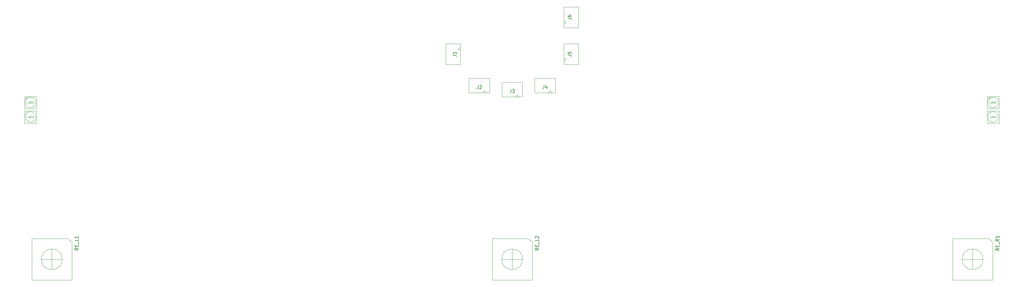
<source format=gbr>
G04 #@! TF.GenerationSoftware,KiCad,Pcbnew,7.0.1-0*
G04 #@! TF.CreationDate,2023-04-11T07:48:06+09:00*
G04 #@! TF.ProjectId,Sandy_Base,53616e64-795f-4426-9173-652e6b696361,v.0*
G04 #@! TF.SameCoordinates,Original*
G04 #@! TF.FileFunction,AssemblyDrawing,Top*
%FSLAX46Y46*%
G04 Gerber Fmt 4.6, Leading zero omitted, Abs format (unit mm)*
G04 Created by KiCad (PCBNEW 7.0.1-0) date 2023-04-11 07:48:06*
%MOMM*%
%LPD*%
G01*
G04 APERTURE LIST*
%ADD10C,0.100000*%
%ADD11C,0.150000*%
%ADD12C,0.120000*%
G04 APERTURE END LIST*
D10*
X19136411Y-57909714D02*
X18898316Y-57909714D01*
X18898316Y-57909714D02*
X18898316Y-57409714D01*
X19303078Y-57647809D02*
X19469745Y-57647809D01*
X19541173Y-57909714D02*
X19303078Y-57909714D01*
X19303078Y-57909714D02*
X19303078Y-57409714D01*
X19303078Y-57409714D02*
X19541173Y-57409714D01*
X19755459Y-57909714D02*
X19755459Y-57409714D01*
X19755459Y-57409714D02*
X19874507Y-57409714D01*
X19874507Y-57409714D02*
X19945935Y-57433524D01*
X19945935Y-57433524D02*
X19993554Y-57481143D01*
X19993554Y-57481143D02*
X20017364Y-57528762D01*
X20017364Y-57528762D02*
X20041173Y-57624000D01*
X20041173Y-57624000D02*
X20041173Y-57695428D01*
X20041173Y-57695428D02*
X20017364Y-57790666D01*
X20017364Y-57790666D02*
X19993554Y-57838285D01*
X19993554Y-57838285D02*
X19945935Y-57885905D01*
X19945935Y-57885905D02*
X19874507Y-57909714D01*
X19874507Y-57909714D02*
X19755459Y-57909714D01*
X20517364Y-57909714D02*
X20231650Y-57909714D01*
X20374507Y-57909714D02*
X20374507Y-57409714D01*
X20374507Y-57409714D02*
X20326888Y-57481143D01*
X20326888Y-57481143D02*
X20279269Y-57528762D01*
X20279269Y-57528762D02*
X20231650Y-57552571D01*
X19136411Y-62109714D02*
X18898316Y-62109714D01*
X18898316Y-62109714D02*
X18898316Y-61609714D01*
X19303078Y-61847809D02*
X19469745Y-61847809D01*
X19541173Y-62109714D02*
X19303078Y-62109714D01*
X19303078Y-62109714D02*
X19303078Y-61609714D01*
X19303078Y-61609714D02*
X19541173Y-61609714D01*
X19755459Y-62109714D02*
X19755459Y-61609714D01*
X19755459Y-61609714D02*
X19874507Y-61609714D01*
X19874507Y-61609714D02*
X19945935Y-61633524D01*
X19945935Y-61633524D02*
X19993554Y-61681143D01*
X19993554Y-61681143D02*
X20017364Y-61728762D01*
X20017364Y-61728762D02*
X20041173Y-61824000D01*
X20041173Y-61824000D02*
X20041173Y-61895428D01*
X20041173Y-61895428D02*
X20017364Y-61990666D01*
X20017364Y-61990666D02*
X19993554Y-62038285D01*
X19993554Y-62038285D02*
X19945935Y-62085905D01*
X19945935Y-62085905D02*
X19874507Y-62109714D01*
X19874507Y-62109714D02*
X19755459Y-62109714D01*
X20231650Y-61657333D02*
X20255459Y-61633524D01*
X20255459Y-61633524D02*
X20303078Y-61609714D01*
X20303078Y-61609714D02*
X20422126Y-61609714D01*
X20422126Y-61609714D02*
X20469745Y-61633524D01*
X20469745Y-61633524D02*
X20493554Y-61657333D01*
X20493554Y-61657333D02*
X20517364Y-61704952D01*
X20517364Y-61704952D02*
X20517364Y-61752571D01*
X20517364Y-61752571D02*
X20493554Y-61824000D01*
X20493554Y-61824000D02*
X20207840Y-62109714D01*
X20207840Y-62109714D02*
X20517364Y-62109714D01*
X297936411Y-57909714D02*
X297698316Y-57909714D01*
X297698316Y-57909714D02*
X297698316Y-57409714D01*
X298103078Y-57647809D02*
X298269745Y-57647809D01*
X298341173Y-57909714D02*
X298103078Y-57909714D01*
X298103078Y-57909714D02*
X298103078Y-57409714D01*
X298103078Y-57409714D02*
X298341173Y-57409714D01*
X298555459Y-57909714D02*
X298555459Y-57409714D01*
X298555459Y-57409714D02*
X298674507Y-57409714D01*
X298674507Y-57409714D02*
X298745935Y-57433524D01*
X298745935Y-57433524D02*
X298793554Y-57481143D01*
X298793554Y-57481143D02*
X298817364Y-57528762D01*
X298817364Y-57528762D02*
X298841173Y-57624000D01*
X298841173Y-57624000D02*
X298841173Y-57695428D01*
X298841173Y-57695428D02*
X298817364Y-57790666D01*
X298817364Y-57790666D02*
X298793554Y-57838285D01*
X298793554Y-57838285D02*
X298745935Y-57885905D01*
X298745935Y-57885905D02*
X298674507Y-57909714D01*
X298674507Y-57909714D02*
X298555459Y-57909714D01*
X299007840Y-57409714D02*
X299317364Y-57409714D01*
X299317364Y-57409714D02*
X299150697Y-57600190D01*
X299150697Y-57600190D02*
X299222126Y-57600190D01*
X299222126Y-57600190D02*
X299269745Y-57624000D01*
X299269745Y-57624000D02*
X299293554Y-57647809D01*
X299293554Y-57647809D02*
X299317364Y-57695428D01*
X299317364Y-57695428D02*
X299317364Y-57814476D01*
X299317364Y-57814476D02*
X299293554Y-57862095D01*
X299293554Y-57862095D02*
X299269745Y-57885905D01*
X299269745Y-57885905D02*
X299222126Y-57909714D01*
X299222126Y-57909714D02*
X299079269Y-57909714D01*
X299079269Y-57909714D02*
X299031650Y-57885905D01*
X299031650Y-57885905D02*
X299007840Y-57862095D01*
X297936411Y-62109714D02*
X297698316Y-62109714D01*
X297698316Y-62109714D02*
X297698316Y-61609714D01*
X298103078Y-61847809D02*
X298269745Y-61847809D01*
X298341173Y-62109714D02*
X298103078Y-62109714D01*
X298103078Y-62109714D02*
X298103078Y-61609714D01*
X298103078Y-61609714D02*
X298341173Y-61609714D01*
X298555459Y-62109714D02*
X298555459Y-61609714D01*
X298555459Y-61609714D02*
X298674507Y-61609714D01*
X298674507Y-61609714D02*
X298745935Y-61633524D01*
X298745935Y-61633524D02*
X298793554Y-61681143D01*
X298793554Y-61681143D02*
X298817364Y-61728762D01*
X298817364Y-61728762D02*
X298841173Y-61824000D01*
X298841173Y-61824000D02*
X298841173Y-61895428D01*
X298841173Y-61895428D02*
X298817364Y-61990666D01*
X298817364Y-61990666D02*
X298793554Y-62038285D01*
X298793554Y-62038285D02*
X298745935Y-62085905D01*
X298745935Y-62085905D02*
X298674507Y-62109714D01*
X298674507Y-62109714D02*
X298555459Y-62109714D01*
X299269745Y-61776381D02*
X299269745Y-62109714D01*
X299150697Y-61585905D02*
X299031650Y-61943047D01*
X299031650Y-61943047D02*
X299341173Y-61943047D01*
D11*
X300184714Y-100003765D02*
X299708523Y-100337098D01*
X300184714Y-100575193D02*
X299184714Y-100575193D01*
X299184714Y-100575193D02*
X299184714Y-100194241D01*
X299184714Y-100194241D02*
X299232333Y-100099003D01*
X299232333Y-100099003D02*
X299279952Y-100051384D01*
X299279952Y-100051384D02*
X299375190Y-100003765D01*
X299375190Y-100003765D02*
X299518047Y-100003765D01*
X299518047Y-100003765D02*
X299613285Y-100051384D01*
X299613285Y-100051384D02*
X299660904Y-100099003D01*
X299660904Y-100099003D02*
X299708523Y-100194241D01*
X299708523Y-100194241D02*
X299708523Y-100575193D01*
X299660904Y-99575193D02*
X299660904Y-99241860D01*
X300184714Y-99099003D02*
X300184714Y-99575193D01*
X300184714Y-99575193D02*
X299184714Y-99575193D01*
X299184714Y-99575193D02*
X299184714Y-99099003D01*
X300279952Y-98908527D02*
X300279952Y-98146622D01*
X300184714Y-97337098D02*
X299708523Y-97670431D01*
X300184714Y-97908526D02*
X299184714Y-97908526D01*
X299184714Y-97908526D02*
X299184714Y-97527574D01*
X299184714Y-97527574D02*
X299232333Y-97432336D01*
X299232333Y-97432336D02*
X299279952Y-97384717D01*
X299279952Y-97384717D02*
X299375190Y-97337098D01*
X299375190Y-97337098D02*
X299518047Y-97337098D01*
X299518047Y-97337098D02*
X299613285Y-97384717D01*
X299613285Y-97384717D02*
X299660904Y-97432336D01*
X299660904Y-97432336D02*
X299708523Y-97527574D01*
X299708523Y-97527574D02*
X299708523Y-97908526D01*
X300184714Y-96384717D02*
X300184714Y-96956145D01*
X300184714Y-96670431D02*
X299184714Y-96670431D01*
X299184714Y-96670431D02*
X299327571Y-96765669D01*
X299327571Y-96765669D02*
X299422809Y-96860907D01*
X299422809Y-96860907D02*
X299470428Y-96956145D01*
X175302304Y-44005488D02*
X176016589Y-44005488D01*
X176016589Y-44005488D02*
X176159446Y-44053107D01*
X176159446Y-44053107D02*
X176254685Y-44148345D01*
X176254685Y-44148345D02*
X176302304Y-44291202D01*
X176302304Y-44291202D02*
X176302304Y-44386440D01*
X175302304Y-43053107D02*
X175302304Y-43529297D01*
X175302304Y-43529297D02*
X175778494Y-43576916D01*
X175778494Y-43576916D02*
X175730875Y-43529297D01*
X175730875Y-43529297D02*
X175683256Y-43434059D01*
X175683256Y-43434059D02*
X175683256Y-43195964D01*
X175683256Y-43195964D02*
X175730875Y-43100726D01*
X175730875Y-43100726D02*
X175778494Y-43053107D01*
X175778494Y-43053107D02*
X175873732Y-43005488D01*
X175873732Y-43005488D02*
X176111827Y-43005488D01*
X176111827Y-43005488D02*
X176207065Y-43053107D01*
X176207065Y-43053107D02*
X176254685Y-43100726D01*
X176254685Y-43100726D02*
X176302304Y-43195964D01*
X176302304Y-43195964D02*
X176302304Y-43434059D01*
X176302304Y-43434059D02*
X176254685Y-43529297D01*
X176254685Y-43529297D02*
X176207065Y-43576916D01*
X149312601Y-52659774D02*
X149312601Y-53374059D01*
X149312601Y-53374059D02*
X149264982Y-53516916D01*
X149264982Y-53516916D02*
X149169744Y-53612155D01*
X149169744Y-53612155D02*
X149026887Y-53659774D01*
X149026887Y-53659774D02*
X148931649Y-53659774D01*
X149741173Y-52755012D02*
X149788792Y-52707393D01*
X149788792Y-52707393D02*
X149884030Y-52659774D01*
X149884030Y-52659774D02*
X150122125Y-52659774D01*
X150122125Y-52659774D02*
X150217363Y-52707393D01*
X150217363Y-52707393D02*
X150264982Y-52755012D01*
X150264982Y-52755012D02*
X150312601Y-52850250D01*
X150312601Y-52850250D02*
X150312601Y-52945488D01*
X150312601Y-52945488D02*
X150264982Y-53088345D01*
X150264982Y-53088345D02*
X149693554Y-53659774D01*
X149693554Y-53659774D02*
X150312601Y-53659774D01*
X33483594Y-99908527D02*
X33007403Y-100241860D01*
X33483594Y-100479955D02*
X32483594Y-100479955D01*
X32483594Y-100479955D02*
X32483594Y-100099003D01*
X32483594Y-100099003D02*
X32531213Y-100003765D01*
X32531213Y-100003765D02*
X32578832Y-99956146D01*
X32578832Y-99956146D02*
X32674070Y-99908527D01*
X32674070Y-99908527D02*
X32816927Y-99908527D01*
X32816927Y-99908527D02*
X32912165Y-99956146D01*
X32912165Y-99956146D02*
X32959784Y-100003765D01*
X32959784Y-100003765D02*
X33007403Y-100099003D01*
X33007403Y-100099003D02*
X33007403Y-100479955D01*
X32959784Y-99479955D02*
X32959784Y-99146622D01*
X33483594Y-99003765D02*
X33483594Y-99479955D01*
X33483594Y-99479955D02*
X32483594Y-99479955D01*
X32483594Y-99479955D02*
X32483594Y-99003765D01*
X33578832Y-98813289D02*
X33578832Y-98051384D01*
X33483594Y-97337098D02*
X33483594Y-97813288D01*
X33483594Y-97813288D02*
X32483594Y-97813288D01*
X33483594Y-96479955D02*
X33483594Y-97051383D01*
X33483594Y-96765669D02*
X32483594Y-96765669D01*
X32483594Y-96765669D02*
X32626451Y-96860907D01*
X32626451Y-96860907D02*
X32721689Y-96956145D01*
X32721689Y-96956145D02*
X32769308Y-97051383D01*
X175302304Y-33289863D02*
X176016589Y-33289863D01*
X176016589Y-33289863D02*
X176159446Y-33337482D01*
X176159446Y-33337482D02*
X176254685Y-33432720D01*
X176254685Y-33432720D02*
X176302304Y-33575577D01*
X176302304Y-33575577D02*
X176302304Y-33670815D01*
X175302304Y-32385101D02*
X175302304Y-32575577D01*
X175302304Y-32575577D02*
X175349923Y-32670815D01*
X175349923Y-32670815D02*
X175397542Y-32718434D01*
X175397542Y-32718434D02*
X175540399Y-32813672D01*
X175540399Y-32813672D02*
X175730875Y-32861291D01*
X175730875Y-32861291D02*
X176111827Y-32861291D01*
X176111827Y-32861291D02*
X176207065Y-32813672D01*
X176207065Y-32813672D02*
X176254685Y-32766053D01*
X176254685Y-32766053D02*
X176302304Y-32670815D01*
X176302304Y-32670815D02*
X176302304Y-32480339D01*
X176302304Y-32480339D02*
X176254685Y-32385101D01*
X176254685Y-32385101D02*
X176207065Y-32337482D01*
X176207065Y-32337482D02*
X176111827Y-32289863D01*
X176111827Y-32289863D02*
X175873732Y-32289863D01*
X175873732Y-32289863D02*
X175778494Y-32337482D01*
X175778494Y-32337482D02*
X175730875Y-32385101D01*
X175730875Y-32385101D02*
X175683256Y-32480339D01*
X175683256Y-32480339D02*
X175683256Y-32670815D01*
X175683256Y-32670815D02*
X175730875Y-32766053D01*
X175730875Y-32766053D02*
X175778494Y-32813672D01*
X175778494Y-32813672D02*
X175873732Y-32861291D01*
X166833594Y-99908167D02*
X166357403Y-100241500D01*
X166833594Y-100479595D02*
X165833594Y-100479595D01*
X165833594Y-100479595D02*
X165833594Y-100098643D01*
X165833594Y-100098643D02*
X165881213Y-100003405D01*
X165881213Y-100003405D02*
X165928832Y-99955786D01*
X165928832Y-99955786D02*
X166024070Y-99908167D01*
X166024070Y-99908167D02*
X166166927Y-99908167D01*
X166166927Y-99908167D02*
X166262165Y-99955786D01*
X166262165Y-99955786D02*
X166309784Y-100003405D01*
X166309784Y-100003405D02*
X166357403Y-100098643D01*
X166357403Y-100098643D02*
X166357403Y-100479595D01*
X166309784Y-99479595D02*
X166309784Y-99146262D01*
X166833594Y-99003405D02*
X166833594Y-99479595D01*
X166833594Y-99479595D02*
X165833594Y-99479595D01*
X165833594Y-99479595D02*
X165833594Y-99003405D01*
X166928832Y-98812929D02*
X166928832Y-98051024D01*
X166833594Y-97336738D02*
X166833594Y-97812928D01*
X166833594Y-97812928D02*
X165833594Y-97812928D01*
X165928832Y-97051023D02*
X165881213Y-97003404D01*
X165881213Y-97003404D02*
X165833594Y-96908166D01*
X165833594Y-96908166D02*
X165833594Y-96670071D01*
X165833594Y-96670071D02*
X165881213Y-96574833D01*
X165881213Y-96574833D02*
X165928832Y-96527214D01*
X165928832Y-96527214D02*
X166024070Y-96479595D01*
X166024070Y-96479595D02*
X166119308Y-96479595D01*
X166119308Y-96479595D02*
X166262165Y-96527214D01*
X166262165Y-96527214D02*
X166833594Y-97098642D01*
X166833594Y-97098642D02*
X166833594Y-96479595D01*
X158837601Y-53850399D02*
X158837601Y-54564684D01*
X158837601Y-54564684D02*
X158789982Y-54707541D01*
X158789982Y-54707541D02*
X158694744Y-54802780D01*
X158694744Y-54802780D02*
X158551887Y-54850399D01*
X158551887Y-54850399D02*
X158456649Y-54850399D01*
X159218554Y-53850399D02*
X159837601Y-53850399D01*
X159837601Y-53850399D02*
X159504268Y-54231351D01*
X159504268Y-54231351D02*
X159647125Y-54231351D01*
X159647125Y-54231351D02*
X159742363Y-54278970D01*
X159742363Y-54278970D02*
X159789982Y-54326589D01*
X159789982Y-54326589D02*
X159837601Y-54421827D01*
X159837601Y-54421827D02*
X159837601Y-54659922D01*
X159837601Y-54659922D02*
X159789982Y-54755160D01*
X159789982Y-54755160D02*
X159742363Y-54802780D01*
X159742363Y-54802780D02*
X159647125Y-54850399D01*
X159647125Y-54850399D02*
X159361411Y-54850399D01*
X159361411Y-54850399D02*
X159266173Y-54802780D01*
X159266173Y-54802780D02*
X159218554Y-54755160D01*
X141964804Y-44005488D02*
X142679089Y-44005488D01*
X142679089Y-44005488D02*
X142821946Y-44053107D01*
X142821946Y-44053107D02*
X142917185Y-44148345D01*
X142917185Y-44148345D02*
X142964804Y-44291202D01*
X142964804Y-44291202D02*
X142964804Y-44386440D01*
X142964804Y-43005488D02*
X142964804Y-43576916D01*
X142964804Y-43291202D02*
X141964804Y-43291202D01*
X141964804Y-43291202D02*
X142107661Y-43386440D01*
X142107661Y-43386440D02*
X142202899Y-43481678D01*
X142202899Y-43481678D02*
X142250518Y-43576916D01*
X168362601Y-52659774D02*
X168362601Y-53374059D01*
X168362601Y-53374059D02*
X168314982Y-53516916D01*
X168314982Y-53516916D02*
X168219744Y-53612155D01*
X168219744Y-53612155D02*
X168076887Y-53659774D01*
X168076887Y-53659774D02*
X167981649Y-53659774D01*
X169267363Y-52993107D02*
X169267363Y-53659774D01*
X169029268Y-52612155D02*
X168791173Y-53326440D01*
X168791173Y-53326440D02*
X169410220Y-53326440D01*
D10*
X21445935Y-59428405D02*
X21445935Y-55928405D01*
X21445935Y-55928405D02*
X17945935Y-55928405D01*
X17945935Y-59428405D02*
X21445935Y-59428405D01*
X17945935Y-56928405D02*
X18945935Y-55928405D01*
X17945935Y-55928405D02*
X17945935Y-59428405D01*
X21195935Y-57678405D02*
G75*
G03*
X21195935Y-57678405I-1500000J0D01*
G01*
X21445935Y-63628405D02*
X21445935Y-60128405D01*
X21445935Y-60128405D02*
X17945935Y-60128405D01*
X17945935Y-63628405D02*
X21445935Y-63628405D01*
X17945935Y-61128405D02*
X18945935Y-60128405D01*
X17945935Y-60128405D02*
X17945935Y-63628405D01*
X21195935Y-61878405D02*
G75*
G03*
X21195935Y-61878405I-1500000J0D01*
G01*
X300245935Y-59428405D02*
X300245935Y-55928405D01*
X300245935Y-55928405D02*
X296745935Y-55928405D01*
X296745935Y-59428405D02*
X300245935Y-59428405D01*
X296745935Y-56928405D02*
X297745935Y-55928405D01*
X296745935Y-55928405D02*
X296745935Y-59428405D01*
X299995935Y-57678405D02*
G75*
G03*
X299995935Y-57678405I-1500000J0D01*
G01*
X300245935Y-63628405D02*
X300245935Y-60128405D01*
X300245935Y-60128405D02*
X296745935Y-60128405D01*
X296745935Y-63628405D02*
X300245935Y-63628405D01*
X296745935Y-61128405D02*
X297745935Y-60128405D01*
X296745935Y-60128405D02*
X296745935Y-63628405D01*
X299995935Y-61878405D02*
G75*
G03*
X299995935Y-61878405I-1500000J0D01*
G01*
D12*
X286722095Y-97203765D02*
X297222095Y-97203765D01*
X286722095Y-109203765D02*
X286722095Y-97203765D01*
X292522095Y-100203765D02*
X292522095Y-106203765D01*
X295522095Y-103203765D02*
X289522095Y-103203765D01*
X297222095Y-97203765D02*
X298322095Y-98203765D01*
X298322095Y-98203765D02*
X298322095Y-109203765D01*
X298322095Y-109203765D02*
X286722095Y-109203765D01*
X295522095Y-103203765D02*
G75*
G03*
X295522095Y-103203765I-3000000J0D01*
G01*
D10*
X174164685Y-46672155D02*
X178414685Y-46672155D01*
X174164685Y-46672155D02*
X174164685Y-40672155D01*
X178414685Y-46672155D02*
X178414685Y-40672155D01*
X174164685Y-45672155D02*
X174871792Y-45172155D01*
X174871792Y-45172155D02*
X174164685Y-44672155D01*
X174164685Y-40672155D02*
X178414685Y-40672155D01*
X152645935Y-54872155D02*
X152645935Y-50622155D01*
X152645935Y-54872155D02*
X146645935Y-54872155D01*
X152645935Y-50622155D02*
X146645935Y-50622155D01*
X151645935Y-54872155D02*
X151145935Y-54165048D01*
X151145935Y-54165048D02*
X150645935Y-54872155D01*
X146645935Y-54872155D02*
X146645935Y-50622155D01*
D12*
X20020975Y-97203765D02*
X30520975Y-97203765D01*
X20020975Y-109203765D02*
X20020975Y-97203765D01*
X25820975Y-100203765D02*
X25820975Y-106203765D01*
X28820975Y-103203765D02*
X22820975Y-103203765D01*
X30520975Y-97203765D02*
X31620975Y-98203765D01*
X31620975Y-98203765D02*
X31620975Y-109203765D01*
X31620975Y-109203765D02*
X20020975Y-109203765D01*
X28820975Y-103203765D02*
G75*
G03*
X28820975Y-103203765I-3000000J0D01*
G01*
D10*
X174164685Y-35956530D02*
X178414685Y-35956530D01*
X174164685Y-35956530D02*
X174164685Y-29956530D01*
X178414685Y-35956530D02*
X178414685Y-29956530D01*
X174164685Y-34956530D02*
X174871792Y-34456530D01*
X174871792Y-34456530D02*
X174164685Y-33956530D01*
X174164685Y-29956530D02*
X178414685Y-29956530D01*
D12*
X153370975Y-97203405D02*
X163870975Y-97203405D01*
X153370975Y-109203405D02*
X153370975Y-97203405D01*
X159170975Y-100203405D02*
X159170975Y-106203405D01*
X162170975Y-103203405D02*
X156170975Y-103203405D01*
X163870975Y-97203405D02*
X164970975Y-98203405D01*
X164970975Y-98203405D02*
X164970975Y-109203405D01*
X164970975Y-109203405D02*
X153370975Y-109203405D01*
X162170975Y-103203405D02*
G75*
G03*
X162170975Y-103203405I-3000000J0D01*
G01*
D10*
X162170935Y-56062780D02*
X162170935Y-51812780D01*
X162170935Y-56062780D02*
X156170935Y-56062780D01*
X162170935Y-51812780D02*
X156170935Y-51812780D01*
X161170935Y-56062780D02*
X160670935Y-55355673D01*
X160670935Y-55355673D02*
X160170935Y-56062780D01*
X156170935Y-56062780D02*
X156170935Y-51812780D01*
X144177185Y-40672155D02*
X139927185Y-40672155D01*
X144177185Y-40672155D02*
X144177185Y-46672155D01*
X139927185Y-40672155D02*
X139927185Y-46672155D01*
X144177185Y-41672155D02*
X143470078Y-42172155D01*
X143470078Y-42172155D02*
X144177185Y-42672155D01*
X144177185Y-46672155D02*
X139927185Y-46672155D01*
X171695935Y-54872155D02*
X171695935Y-50622155D01*
X171695935Y-54872155D02*
X165695935Y-54872155D01*
X171695935Y-50622155D02*
X165695935Y-50622155D01*
X170695935Y-54872155D02*
X170195935Y-54165048D01*
X170195935Y-54165048D02*
X169695935Y-54872155D01*
X165695935Y-54872155D02*
X165695935Y-50622155D01*
M02*

</source>
